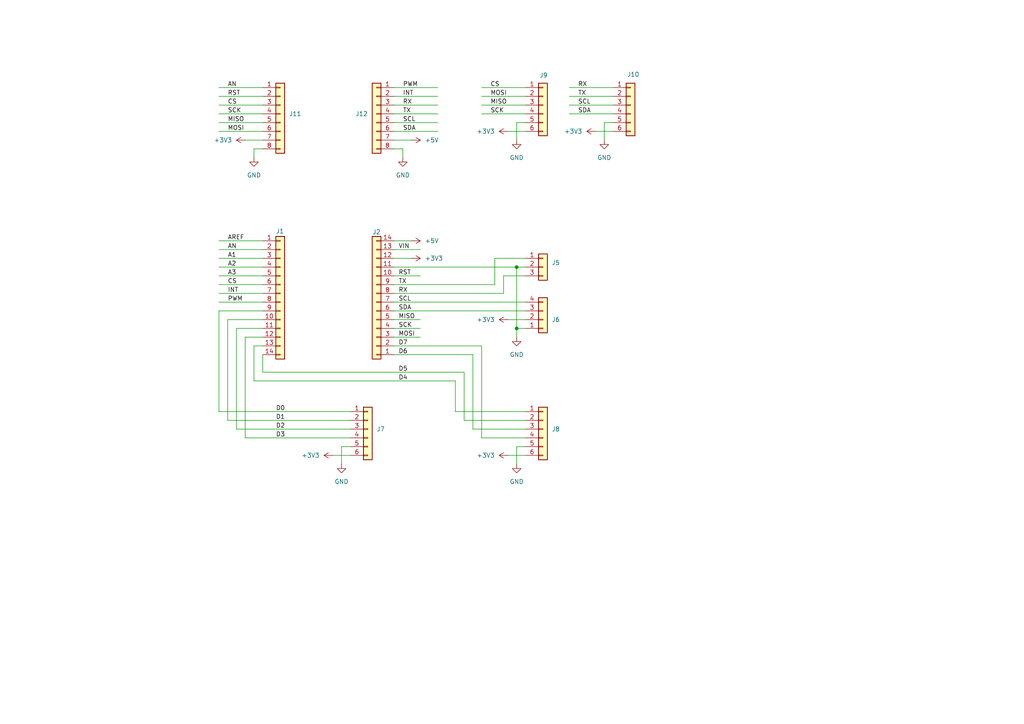
<source format=kicad_sch>
(kicad_sch (version 20250114) (generator "eeschema") (generator_version "9.0")
  (paper "A4")
  (lib_symbols
    (symbol "Connector_Generic:Conn_01x03" (pin_names (offset 1.016) (hide yes))
      (property "Reference" "J" (at 0 5.08 0))
      (property "Value" "Conn_01x03" (at 0 -5.08 0))
      (symbol "Conn_01x03_1_1"
        (rectangle (start -1.27 3.81) (end 1.27 -3.81) (stroke (width 0.254)) (fill (type background)))
        (rectangle (start -1.27 2.667) (end 0 2.413) (stroke (width 0.1524)))
        (rectangle (start -1.27 0.127) (end 0 -0.127) (stroke (width 0.1524)))
        (rectangle (start -1.27 -2.413) (end 0 -2.667) (stroke (width 0.1524)))
        (pin passive line (at -5.08 2.54 0) (length 3.81) (name "Pin_1") (number "1"))
        (pin passive line (at -5.08 0 0) (length 3.81) (name "Pin_2") (number "2"))
        (pin passive line (at -5.08 -2.54 0) (length 3.81) (name "Pin_3") (number "3"))
      )
    )
    (symbol "Connector_Generic:Conn_01x04" (pin_names (offset 1.016) (hide yes))
      (property "Reference" "J" (at 0 5.08 0))
      (property "Value" "Conn_01x04" (at 0 -7.62 0))
      (symbol "Conn_01x04_1_1"
        (rectangle (start -1.27 3.81) (end 1.27 -6.35) (stroke (width 0.254)) (fill (type background)))
        (rectangle (start -1.27 2.667) (end 0 2.413) (stroke (width 0.1524)))
        (rectangle (start -1.27 0.127) (end 0 -0.127) (stroke (width 0.1524)))
        (rectangle (start -1.27 -2.413) (end 0 -2.667) (stroke (width 0.1524)))
        (rectangle (start -1.27 -4.953) (end 0 -5.207) (stroke (width 0.1524)))
        (pin passive line (at -5.08 2.54 0) (length 3.81) (name "Pin_1") (number "1"))
        (pin passive line (at -5.08 0 0) (length 3.81) (name "Pin_2") (number "2"))
        (pin passive line (at -5.08 -2.54 0) (length 3.81) (name "Pin_3") (number "3"))
        (pin passive line (at -5.08 -5.08 0) (length 3.81) (name "Pin_4") (number "4"))
      )
    )
    (symbol "Connector_Generic:Conn_01x06" (pin_names (offset 1.016) (hide yes))
      (property "Reference" "J" (at 0 7.62 0))
      (property "Value" "Conn_01x06" (at 0 -10.16 0))
      (symbol "Conn_01x06_1_1"
        (rectangle (start -1.27 6.35) (end 1.27 -8.89) (stroke (width 0.254)) (fill (type background)))
        (rectangle (start -1.27 5.207) (end 0 4.953) (stroke (width 0.1524)))
        (rectangle (start -1.27 2.667) (end 0 2.413) (stroke (width 0.1524)))
        (rectangle (start -1.27 0.127) (end 0 -0.127) (stroke (width 0.1524)))
        (rectangle (start -1.27 -2.413) (end 0 -2.667) (stroke (width 0.1524)))
        (rectangle (start -1.27 -4.953) (end 0 -5.207) (stroke (width 0.1524)))
        (rectangle (start -1.27 -7.493) (end 0 -7.747) (stroke (width 0.1524)))
        (pin passive line (at -5.08 5.08 0) (length 3.81) (name "Pin_1") (number "1"))
        (pin passive line (at -5.08 2.54 0) (length 3.81) (name "Pin_2") (number "2"))
        (pin passive line (at -5.08 0 0) (length 3.81) (name "Pin_3") (number "3"))
        (pin passive line (at -5.08 -2.54 0) (length 3.81) (name "Pin_4") (number "4"))
        (pin passive line (at -5.08 -5.08 0) (length 3.81) (name "Pin_5") (number "5"))
        (pin passive line (at -5.08 -7.62 0) (length 3.81) (name "Pin_6") (number "6"))
      )
    )
    (symbol "Connector_Generic:Conn_01x08" (pin_names (offset 1.016) (hide yes))
      (property "Reference" "J" (at 0 10.16 0))
      (property "Value" "Conn_01x08" (at 0 -12.7 0))
      (symbol "Conn_01x08_1_1"
        (rectangle (start -1.27 8.89) (end 1.27 -11.43) (stroke (width 0.254)) (fill (type background)))
        (rectangle (start -1.27 7.747) (end 0 7.493) (stroke (width 0.1524)))
        (rectangle (start -1.27 5.207) (end 0 4.953) (stroke (width 0.1524)))
        (rectangle (start -1.27 2.667) (end 0 2.413) (stroke (width 0.1524)))
        (rectangle (start -1.27 0.127) (end 0 -0.127) (stroke (width 0.1524)))
        (rectangle (start -1.27 -2.413) (end 0 -2.667) (stroke (width 0.1524)))
        (rectangle (start -1.27 -4.953) (end 0 -5.207) (stroke (width 0.1524)))
        (rectangle (start -1.27 -7.493) (end 0 -7.747) (stroke (width 0.1524)))
        (rectangle (start -1.27 -10.033) (end 0 -10.287) (stroke (width 0.1524)))
        (pin passive line (at -5.08 7.62 0) (length 3.81) (name "Pin_1") (number "1"))
        (pin passive line (at -5.08 5.08 0) (length 3.81) (name "Pin_2") (number "2"))
        (pin passive line (at -5.08 2.54 0) (length 3.81) (name "Pin_3") (number "3"))
        (pin passive line (at -5.08 0 0) (length 3.81) (name "Pin_4") (number "4"))
        (pin passive line (at -5.08 -2.54 0) (length 3.81) (name "Pin_5") (number "5"))
        (pin passive line (at -5.08 -5.08 0) (length 3.81) (name "Pin_6") (number "6"))
        (pin passive line (at -5.08 -7.62 0) (length 3.81) (name "Pin_7") (number "7"))
        (pin passive line (at -5.08 -10.16 0) (length 3.81) (name "Pin_8") (number "8"))
      )
    )
    (symbol "Connector_Generic:Conn_01x14" (pin_names (offset 1.016) (hide yes))
      (property "Reference" "J" (at 0 17.78 0))
      (property "Value" "Conn_01x14" (at 0 -20.32 0))
      (symbol "Conn_01x14_1_1"
        (rectangle (start -1.27 16.51) (end 1.27 -19.05) (stroke (width 0.254)) (fill (type background)))
        (rectangle (start -1.27 15.367) (end 0 15.113) (stroke (width 0.1524)))
        (rectangle (start -1.27 12.827) (end 0 12.573) (stroke (width 0.1524)))
        (rectangle (start -1.27 10.287) (end 0 10.033) (stroke (width 0.1524)))
        (rectangle (start -1.27 7.747) (end 0 7.493) (stroke (width 0.1524)))
        (rectangle (start -1.27 5.207) (end 0 4.953) (stroke (width 0.1524)))
        (rectangle (start -1.27 2.667) (end 0 2.413) (stroke (width 0.1524)))
        (rectangle (start -1.27 0.127) (end 0 -0.127) (stroke (width 0.1524)))
        (rectangle (start -1.27 -2.413) (end 0 -2.667) (stroke (width 0.1524)))
        (rectangle (start -1.27 -4.953) (end 0 -5.207) (stroke (width 0.1524)))
        (rectangle (start -1.27 -7.493) (end 0 -7.747) (stroke (width 0.1524)))
        (rectangle (start -1.27 -10.033) (end 0 -10.287) (stroke (width 0.1524)))
        (rectangle (start -1.27 -12.573) (end 0 -12.827) (stroke (width 0.1524)))
        (rectangle (start -1.27 -15.113) (end 0 -15.367) (stroke (width 0.1524)))
        (rectangle (start -1.27 -17.653) (end 0 -17.907) (stroke (width 0.1524)))
        (pin passive line (at -5.08 15.24 0) (length 3.81) (name "Pin_1") (number "1"))
        (pin passive line (at -5.08 12.7 0) (length 3.81) (name "Pin_2") (number "2"))
        (pin passive line (at -5.08 10.16 0) (length 3.81) (name "Pin_3") (number "3"))
        (pin passive line (at -5.08 7.62 0) (length 3.81) (name "Pin_4") (number "4"))
        (pin passive line (at -5.08 5.08 0) (length 3.81) (name "Pin_5") (number "5"))
        (pin passive line (at -5.08 2.54 0) (length 3.81) (name "Pin_6") (number "6"))
        (pin passive line (at -5.08 0 0) (length 3.81) (name "Pin_7") (number "7"))
        (pin passive line (at -5.08 -2.54 0) (length 3.81) (name "Pin_8") (number "8"))
        (pin passive line (at -5.08 -5.08 0) (length 3.81) (name "Pin_9") (number "9"))
        (pin passive line (at -5.08 -7.62 0) (length 3.81) (name "Pin_10") (number "10"))
        (pin passive line (at -5.08 -10.16 0) (length 3.81) (name "Pin_11") (number "11"))
        (pin passive line (at -5.08 -12.7 0) (length 3.81) (name "Pin_12") (number "12"))
        (pin passive line (at -5.08 -15.24 0) (length 3.81) (name "Pin_13") (number "13"))
        (pin passive line (at -5.08 -17.78 0) (length 3.81) (name "Pin_14") (number "14"))
      )
    )
    (symbol "power:+3V3" (power) (pin_numbers (hide yes)) (pin_names (offset 0) (hide yes))
      (property "Value" "+3V3" (at 0 3.556 0))
      (symbol "+3V3_0_1"
        (polyline (pts (xy -0.762 1.27) (xy 0 2.54)))
        (polyline (pts (xy 0 2.54) (xy 0.762 1.27)))
        (polyline (pts (xy 0 0) (xy 0 2.54)))
      )
      (symbol "+3V3_1_1"
        (pin power_in line (at 0 0 90) (length 0) (name "~") (number "1"))
      )
    )
    (symbol "power:+5V" (power) (pin_numbers (hide yes)) (pin_names (offset 0) (hide yes))
      (property "Value" "+5V" (at 0 3.556 0))
      (symbol "+5V_0_1"
        (polyline (pts (xy -0.762 1.27) (xy 0 2.54)))
        (polyline (pts (xy 0 2.54) (xy 0.762 1.27)))
        (polyline (pts (xy 0 0) (xy 0 2.54)))
      )
      (symbol "+5V_1_1"
        (pin power_in line (at 0 0 90) (length 0) (name "~") (number "1"))
      )
    )
    (symbol "power:GND" (power) (pin_numbers (hide yes)) (pin_names (offset 0) (hide yes))
      (property "Value" "GND" (at 0 -3.81 0))
      (symbol "GND_0_1"
        (polyline (pts (xy 0 0) (xy 0 -1.27) (xy 1.27 -1.27) (xy 0 -2.54) (xy -1.27 -1.27) (xy 0 -1.27)))
      )
      (symbol "GND_1_1"
        (pin power_in line (at 0 0 270) (length 0) (name "~") (number "1"))
      )
    )
  )
  (junction (at 149.86 95.25))
  (junction (at 149.86 77.47))
  (wire (pts (xy 146.05 80.01) (xy 152.4 80.01)))
  (wire (pts (xy 63.5 119.38) (xy 63.5 90.17)))
  (wire (pts (xy 66.04 121.92) (xy 101.6 121.92)))
  (wire (pts (xy 152.4 119.38) (xy 132.08 119.38)))
  (wire (pts (xy 172.72 38.1) (xy 177.8 38.1)))
  (wire (pts (xy 114.3 77.47) (xy 149.86 77.47)))
  (wire (pts (xy 66.04 92.71) (xy 66.04 121.92)))
  (wire (pts (xy 101.6 129.54) (xy 99.06 129.54)))
  (wire (pts (xy 132.08 110.49) (xy 73.66 110.49)))
  (wire (pts (xy 165.1 25.4) (xy 177.8 25.4)))
  (wire (pts (xy 114.3 100.33) (xy 139.7 100.33)))
  (wire (pts (xy 139.7 33.02) (xy 152.4 33.02)))
  (wire (pts (xy 146.05 85.09) (xy 146.05 80.01)))
  (wire (pts (xy 139.7 27.94) (xy 152.4 27.94)))
  (wire (pts (xy 149.86 129.54) (xy 149.86 134.62)))
  (wire (pts (xy 76.2 92.71) (xy 66.04 92.71)))
  (wire (pts (xy 114.3 90.17) (xy 152.4 90.17)))
  (wire (pts (xy 63.5 30.48) (xy 76.2 30.48)))
  (wire (pts (xy 63.5 82.55) (xy 76.2 82.55)))
  (wire (pts (xy 143.51 74.93) (xy 152.4 74.93)))
  (wire (pts (xy 143.51 82.55) (xy 143.51 74.93)))
  (wire (pts (xy 152.4 124.46) (xy 137.16 124.46)))
  (wire (pts (xy 175.26 35.56) (xy 175.26 40.64)))
  (wire (pts (xy 71.12 40.64) (xy 76.2 40.64)))
  (wire (pts (xy 114.3 69.85) (xy 119.38 69.85)))
  (wire (pts (xy 114.3 40.64) (xy 119.38 40.64)))
  (wire (pts (xy 68.58 124.46) (xy 68.58 95.25)))
  (wire (pts (xy 152.4 92.71) (xy 147.32 92.71)))
  (wire (pts (xy 114.3 95.25) (xy 121.92 95.25)))
  (wire (pts (xy 63.5 85.09) (xy 76.2 85.09)))
  (wire (pts (xy 121.92 92.71) (xy 114.3 92.71)))
  (wire (pts (xy 134.62 107.95) (xy 134.62 121.92)))
  (wire (pts (xy 63.5 72.39) (xy 76.2 72.39)))
  (wire (pts (xy 114.3 80.01) (xy 121.92 80.01)))
  (wire (pts (xy 147.32 132.08) (xy 152.4 132.08)))
  (wire (pts (xy 76.2 102.87) (xy 76.2 107.95)))
  (wire (pts (xy 73.66 110.49) (xy 73.66 100.33)))
  (wire (pts (xy 63.5 77.47) (xy 76.2 77.47)))
  (wire (pts (xy 165.1 30.48) (xy 177.8 30.48)))
  (wire (pts (xy 116.84 43.18) (xy 116.84 45.72)))
  (wire (pts (xy 63.5 80.01) (xy 76.2 80.01)))
  (wire (pts (xy 114.3 85.09) (xy 146.05 85.09)))
  (wire (pts (xy 147.32 38.1) (xy 152.4 38.1)))
  (wire (pts (xy 139.7 25.4) (xy 152.4 25.4)))
  (wire (pts (xy 149.86 35.56) (xy 149.86 40.64)))
  (wire (pts (xy 73.66 100.33) (xy 76.2 100.33)))
  (wire (pts (xy 71.12 127) (xy 101.6 127)))
  (wire (pts (xy 177.8 35.56) (xy 175.26 35.56)))
  (wire (pts (xy 63.5 35.56) (xy 76.2 35.56)))
  (wire (pts (xy 152.4 127) (xy 139.7 127)))
  (wire (pts (xy 149.86 95.25) (xy 149.86 97.79)))
  (wire (pts (xy 63.5 38.1) (xy 76.2 38.1)))
  (wire (pts (xy 137.16 102.87) (xy 114.3 102.87)))
  (wire (pts (xy 152.4 35.56) (xy 149.86 35.56)))
  (wire (pts (xy 76.2 97.79) (xy 71.12 97.79)))
  (wire (pts (xy 137.16 124.46) (xy 137.16 102.87)))
  (wire (pts (xy 114.3 97.79) (xy 121.92 97.79)))
  (wire (pts (xy 152.4 129.54) (xy 149.86 129.54)))
  (wire (pts (xy 63.5 74.93) (xy 76.2 74.93)))
  (wire (pts (xy 149.86 95.25) (xy 152.4 95.25)))
  (wire (pts (xy 149.86 77.47) (xy 152.4 77.47)))
  (wire (pts (xy 114.3 33.02) (xy 127 33.02)))
  (wire (pts (xy 71.12 97.79) (xy 71.12 127)))
  (wire (pts (xy 114.3 72.39) (xy 121.92 72.39)))
  (wire (pts (xy 165.1 27.94) (xy 177.8 27.94)))
  (wire (pts (xy 63.5 33.02) (xy 76.2 33.02)))
  (wire (pts (xy 114.3 74.93) (xy 119.38 74.93)))
  (wire (pts (xy 76.2 87.63) (xy 63.5 87.63)))
  (wire (pts (xy 99.06 129.54) (xy 99.06 134.62)))
  (wire (pts (xy 114.3 82.55) (xy 143.51 82.55)))
  (wire (pts (xy 114.3 87.63) (xy 152.4 87.63)))
  (wire (pts (xy 149.86 77.47) (xy 149.86 95.25)))
  (wire (pts (xy 76.2 43.18) (xy 73.66 43.18)))
  (wire (pts (xy 114.3 35.56) (xy 127 35.56)))
  (wire (pts (xy 114.3 43.18) (xy 116.84 43.18)))
  (wire (pts (xy 114.3 27.94) (xy 127 27.94)))
  (wire (pts (xy 63.5 90.17) (xy 76.2 90.17)))
  (wire (pts (xy 132.08 119.38) (xy 132.08 110.49)))
  (wire (pts (xy 101.6 124.46) (xy 68.58 124.46)))
  (wire (pts (xy 96.52 132.08) (xy 101.6 132.08)))
  (wire (pts (xy 63.5 27.94) (xy 76.2 27.94)))
  (wire (pts (xy 139.7 127) (xy 139.7 100.33)))
  (wire (pts (xy 76.2 107.95) (xy 134.62 107.95)))
  (wire (pts (xy 68.58 95.25) (xy 76.2 95.25)))
  (wire (pts (xy 73.66 43.18) (xy 73.66 45.72)))
  (wire (pts (xy 63.5 69.85) (xy 76.2 69.85)))
  (wire (pts (xy 101.6 119.38) (xy 63.5 119.38)))
  (wire (pts (xy 152.4 121.92) (xy 134.62 121.92)))
  (wire (pts (xy 165.1 33.02) (xy 177.8 33.02)))
  (wire (pts (xy 114.3 30.48) (xy 127 30.48)))
  (wire (pts (xy 114.3 25.4) (xy 127 25.4)))
  (wire (pts (xy 139.7 30.48) (xy 152.4 30.48)))
  (wire (pts (xy 63.5 25.4) (xy 76.2 25.4)))
  (wire (pts (xy 114.3 38.1) (xy 127 38.1)))
  (label "A3" (at 66.04 80.01 0))
  (label "A2" (at 66.04 77.47 0))
  (label "D4" (at 115.57 110.49 0))
  (label "D5" (at 115.57 107.95 0))
  (label "MISO" (at 115.57 92.71 0))
  (label "MOSI" (at 115.57 97.79 0))
  (label "SDA" (at 115.57 90.17 0))
  (label "D7" (at 115.57 100.33 0))
  (label "TX" (at 116.84 33.02 0))
  (label "PWM" (at 66.04 87.63 0))
  (label "AN" (at 66.04 25.4 0))
  (label "RX" (at 116.84 30.48 0))
  (label "MISO" (at 66.04 35.56 0))
  (label "D0" (at 80.01 119.38 0))
  (label "SCK" (at 115.57 95.25 0))
  (label "CS" (at 66.04 30.48 0))
  (label "SCL" (at 167.64 30.48 0))
  (label "D6" (at 115.57 102.87 0))
  (label "INT" (at 66.04 85.09 0))
  (label "SDA" (at 167.64 33.02 0))
  (label "AREF" (at 66.04 69.85 0))
  (label "D3" (at 80.01 127 0))
  (label "RX" (at 167.64 25.4 0))
  (label "MOSI" (at 66.04 38.1 0))
  (label "VIN" (at 115.57 72.39 0))
  (label "RST" (at 66.04 27.94 0))
  (label "TX" (at 115.57 82.55 0))
  (label "PWM" (at 116.84 25.4 0))
  (label "CS" (at 66.04 82.55 0))
  (label "SDA" (at 116.84 38.1 0))
  (label "D1" (at 80.01 121.92 0))
  (label "MISO" (at 142.24 30.48 0))
  (label "D2" (at 80.01 124.46 0))
  (label "MOSI" (at 142.24 27.94 0))
  (label "RX" (at 115.57 85.09 0))
  (label "SCL" (at 115.57 87.63 0))
  (label "SCK" (at 142.24 33.02 0))
  (label "SCL" (at 116.84 35.56 0))
  (label "CS" (at 142.24 25.4 0))
  (label "RST" (at 115.57 80.01 0))
  (label "INT" (at 116.84 27.94 0))
  (label "TX" (at 167.64 27.94 0))
  (label "AN" (at 66.04 72.39 0))
  (label "A1" (at 66.04 74.93 0))
  (label "SCK" (at 66.04 33.02 0))
  (symbol (lib_id "Connector_Generic:Conn_01x03") (at 157.48 77.47 0) (unit 1)
    (property "Reference" "J5" (at 160.02 76.1999 0) (effects (justify left)))
    (property "Value" "Conn_01x03" (effects (hide yes)))
    (property "Footprint" "Connector_JST:JST_SH_SM03B-SRSS-TB_1x03-1MP_P1.00mm_Horizontal" (effects (hide yes)))
    (property "Description" "Generic connector, single row, 01x03, script generated (kicad-library-utils/schlib/autogen/connector/)" (effects (hide yes)))
  )
  (symbol (lib_id "power:+3V3") (at 147.32 92.71 90) (unit 1)
    (property "Reference" "#PWR016" (effects (hide yes)))
    (property "Value" "+3V3" (at 143.51 92.7099 90) (effects (justify left)))
    (property "Description" "Power symbol creates a global label with name \"+3V3\"" (effects (hide yes)))
  )
  (symbol (lib_id "power:+5V") (at 119.38 40.64 270) (unit 1)
    (property "Reference" "#PWR07" (effects (hide yes)))
    (property "Value" "+5V" (at 123.19 40.6399 90) (effects (justify left)))
    (property "Description" "Power symbol creates a global label with name \"+5V\"" (effects (hide yes)))
  )
  (symbol (lib_id "power:+3V3") (at 96.52 132.08 90) (unit 1)
    (property "Reference" "#PWR012" (effects (hide yes)))
    (property "Value" "+3V3" (at 92.71 132.0799 90) (effects (justify left)))
    (property "Description" "Power symbol creates a global label with name \"+3V3\"" (effects (hide yes)))
  )
  (symbol (lib_id "power:+5V") (at 119.38 69.85 270) (unit 1)
    (property "Reference" "#PWR011" (effects (hide yes)))
    (property "Value" "+5V" (at 123.19 69.8499 90) (effects (justify left)))
    (property "Description" "Power symbol creates a global label with name \"+5V\"" (effects (hide yes)))
  )
  (symbol (lib_id "Connector_Generic:Conn_01x06") (at 182.88 30.48 0) (unit 1)
    (property "Reference" "J10" (at 181.864 21.59 0) (effects (justify left)))
    (property "Value" "Conn_01x06" (effects (hide yes)))
    (property "Footprint" "custom:PinHeader_1x06_P2.54mm_Staggered" (effects (hide yes)))
    (property "Description" "Generic connector, single row, 01x06, script generated (kicad-library-utils/schlib/autogen/connector/)" (effects (hide yes)))
  )
  (symbol (lib_id "power:GND") (at 73.66 45.72 0) (unit 1)
    (property "Reference" "#PWR02" (effects (hide yes)))
    (property "Value" "GND" (at 73.66 50.8 0))
    (property "Description" "Power symbol creates a global label with name \"GND\" , ground" (effects (hide yes)))
  )
  (symbol (lib_id "power:+3V3") (at 71.12 40.64 90) (unit 1)
    (property "Reference" "#PWR06" (effects (hide yes)))
    (property "Value" "+3V3" (at 67.31 40.6399 90) (effects (justify left)))
    (property "Description" "Power symbol creates a global label with name \"+3V3\"" (effects (hide yes)))
  )
  (symbol (lib_id "power:+3V3") (at 172.72 38.1 90) (unit 1)
    (property "Reference" "#PWR09" (effects (hide yes)))
    (property "Value" "+3V3" (at 168.91 38.0999 90) (effects (justify left)))
    (property "Description" "Power symbol creates a global label with name \"+3V3\"" (effects (hide yes)))
  )
  (symbol (lib_id "power:GND") (at 175.26 40.64 0) (unit 1)
    (property "Reference" "#PWR05" (effects (hide yes)))
    (property "Value" "GND" (at 175.26 45.72 0))
    (property "Description" "Power symbol creates a global label with name \"GND\" , ground" (effects (hide yes)))
  )
  (symbol (lib_id "Connector_Generic:Conn_01x06") (at 106.68 124.46 0) (unit 1)
    (property "Reference" "J7" (at 109.22 124.4599 0) (effects (justify left)))
    (property "Value" "Conn_01x06" (effects (hide yes)))
    (property "Footprint" "custom:PinHeader_1x06_P2.54mm_Staggered" (effects (hide yes)))
    (property "Description" "Generic connector, single row, 01x06, script generated (kicad-library-utils/schlib/autogen/connector/)" (effects (hide yes)))
  )
  (symbol (lib_id "power:GND") (at 149.86 134.62 0) (unit 1)
    (property "Reference" "#PWR015" (effects (hide yes)))
    (property "Value" "GND" (at 149.86 139.7 0))
    (property "Description" "Power symbol creates a global label with name \"GND\" , ground" (effects (hide yes)))
  )
  (symbol (lib_id "power:GND") (at 99.06 134.62 0) (unit 1)
    (property "Reference" "#PWR013" (effects (hide yes)))
    (property "Value" "GND" (at 99.06 139.7 0))
    (property "Description" "Power symbol creates a global label with name \"GND\" , ground" (effects (hide yes)))
  )
  (symbol (lib_id "Connector_Generic:Conn_01x14") (at 109.22 87.63 180) (unit 1)
    (property "Reference" "J2" (at 109.22 67.31 0))
    (property "Value" "Conn_01x14" (effects (hide yes)))
    (property "Footprint" "custom:PinHeader_1x14_P2.54mm_Staggered" (effects (hide yes)))
    (property "Description" "Generic connector, single row, 01x14, script generated (kicad-library-utils/schlib/autogen/connector/)" (effects (hide yes)))
  )
  (symbol (lib_id "power:+3V3") (at 119.38 74.93 270) (unit 1)
    (property "Reference" "#PWR010" (effects (hide yes)))
    (property "Value" "+3V3" (at 123.19 74.9299 90) (effects (justify left)))
    (property "Description" "Power symbol creates a global label with name \"+3V3\"" (effects (hide yes)))
  )
  (symbol (lib_id "power:GND") (at 149.86 40.64 0) (unit 1)
    (property "Reference" "#PWR04" (effects (hide yes)))
    (property "Value" "GND" (at 149.86 45.72 0))
    (property "Description" "Power symbol creates a global label with name \"GND\" , ground" (effects (hide yes)))
  )
  (symbol (lib_id "power:GND") (at 116.84 45.72 0) (unit 1)
    (property "Reference" "#PWR03" (effects (hide yes)))
    (property "Value" "GND" (at 116.84 50.8 0))
    (property "Description" "Power symbol creates a global label with name \"GND\" , ground" (effects (hide yes)))
  )
  (symbol (lib_id "power:+3V3") (at 147.32 132.08 90) (unit 1)
    (property "Reference" "#PWR014" (effects (hide yes)))
    (property "Value" "+3V3" (at 143.51 132.0799 90) (effects (justify left)))
    (property "Description" "Power symbol creates a global label with name \"+3V3\"" (effects (hide yes)))
  )
  (symbol (lib_id "Connector_Generic:Conn_01x08") (at 109.22 33.02 0) (mirror y) (unit 1)
    (property "Reference" "J12" (at 106.68 33.0199 0) (effects (justify left)))
    (property "Value" "Conn_01x08" (effects (hide yes)))
    (property "Footprint" "custom:PinHeader_1x08_P2.54mm_Staggered" (effects (hide yes)))
    (property "Description" "Generic connector, single row, 01x08, script generated (kicad-library-utils/schlib/autogen/connector/)" (effects (hide yes)))
  )
  (symbol (lib_id "Connector_Generic:Conn_01x06") (at 157.48 30.48 0) (unit 1)
    (property "Reference" "J9" (at 156.464 21.844 0) (effects (justify left)))
    (property "Value" "Conn_01x06" (effects (hide yes)))
    (property "Footprint" "custom:PinHeader_1x06_P2.54mm_Staggered" (effects (hide yes)))
    (property "Description" "Generic connector, single row, 01x06, script generated (kicad-library-utils/schlib/autogen/connector/)" (effects (hide yes)))
  )
  (symbol (lib_id "power:+3V3") (at 147.32 38.1 90) (unit 1)
    (property "Reference" "#PWR08" (effects (hide yes)))
    (property "Value" "+3V3" (at 143.51 38.0999 90) (effects (justify left)))
    (property "Description" "Power symbol creates a global label with name \"+3V3\"" (effects (hide yes)))
  )
  (symbol (lib_id "Connector_Generic:Conn_01x06") (at 157.48 124.46 0) (unit 1)
    (property "Reference" "J8" (at 160.02 124.4599 0) (effects (justify left)))
    (property "Value" "Conn_01x06" (effects (hide yes)))
    (property "Footprint" "custom:PinHeader_1x06_P2.54mm_Staggered" (effects (hide yes)))
    (property "Description" "Generic connector, single row, 01x06, script generated (kicad-library-utils/schlib/autogen/connector/)" (effects (hide yes)))
  )
  (symbol (lib_id "Connector_Generic:Conn_01x08") (at 81.28 33.02 0) (unit 1)
    (property "Reference" "J11" (at 83.82 33.0199 0) (effects (justify left)))
    (property "Value" "Conn_01x08" (effects (hide yes)))
    (property "Footprint" "custom:PinHeader_1x08_P2.54mm_Staggered" (effects (hide yes)))
    (property "Description" "Generic connector, single row, 01x08, script generated (kicad-library-utils/schlib/autogen/connector/)" (effects (hide yes)))
  )
  (symbol (lib_id "Connector_Generic:Conn_01x04") (at 157.48 92.71 0) (mirror x) (unit 1)
    (property "Reference" "J6" (at 160.02 92.7101 0) (effects (justify left)))
    (property "Value" "Conn_01x04" (effects (hide yes)))
    (property "Footprint" "Connector_JST:JST_SH_SM04B-SRSS-TB_1x04-1MP_P1.00mm_Horizontal" (effects (hide yes)))
    (property "Description" "Generic connector, single row, 01x04, script generated (kicad-library-utils/schlib/autogen/connector/)" (effects (hide yes)))
  )
  (symbol (lib_id "power:GND") (at 149.86 97.79 0) (unit 1)
    (property "Reference" "#PWR01" (effects (hide yes)))
    (property "Value" "GND" (at 149.86 102.87 0))
    (property "Description" "Power symbol creates a global label with name \"GND\" , ground" (effects (hide yes)))
  )
  (symbol (lib_id "Connector_Generic:Conn_01x14") (at 81.28 85.09 0) (unit 1)
    (property "Reference" "J1" (at 80.01 67.056 0) (effects (justify left)))
    (property "Value" "Conn_01x14" (effects (hide yes)))
    (property "Footprint" "custom:PinHeader_1x14_P2.54mm_Staggered" (effects (hide yes)))
    (property "Description" "Generic connector, single row, 01x14, script generated (kicad-library-utils/schlib/autogen/connector/)" (effects (hide yes)))
  )
)
</source>
